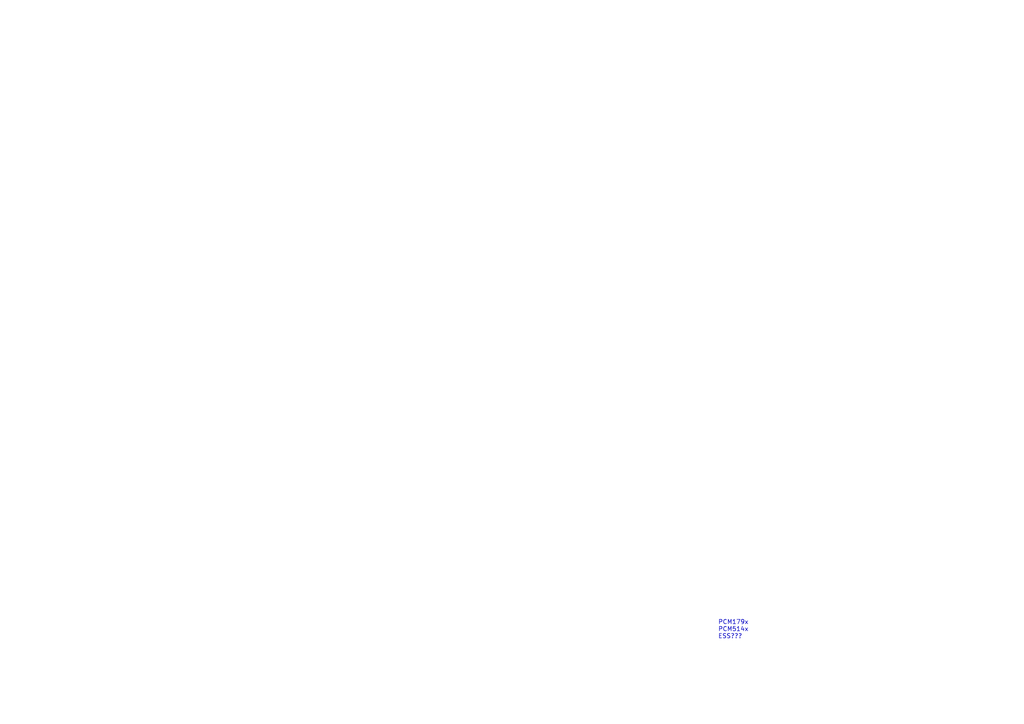
<source format=kicad_sch>
(kicad_sch (version 20230121) (generator eeschema)
  (paper "A4")
  (title_block (title "DAC") (date "01/2023") (rev "A") (comment 1 "Preampifier A/D"))
  (lib_symbols)
  (text "PCM179x\nPCM514x\nESS???" (at 208.28 185.42 0) (effects (font (size 1.27 1.27)) (justify left bottom)))
)
</source>
